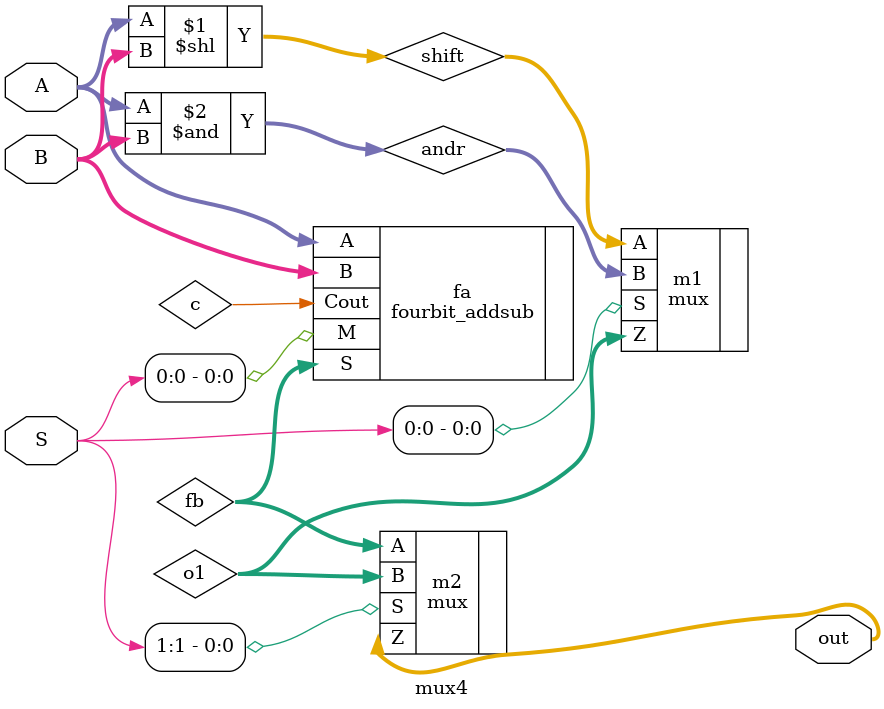
<source format=sv>
`timescale 1ns / 1ps


module mux4(
    input [3:0] A, 
    input [3:0] B,
    input [1:0] S,               
    output reg [3:0] out 
);
    logic [3:0] shift,andr;
assign shift = A << B;
assign andr = A & B;
wire [3:0]o1;
wire c;
wire [3:0] fb;
fourbit_addsub fa(.M(S[0]), .A(A), .B(B), .S(fb), .Cout(c)    ); 
mux m1(.A(shift),.B(andr),.S(S[0]), .Z(o1));
mux m2(.A(fb),.B(o1),.S(S[1]),.Z(out));         
endmodule
</source>
